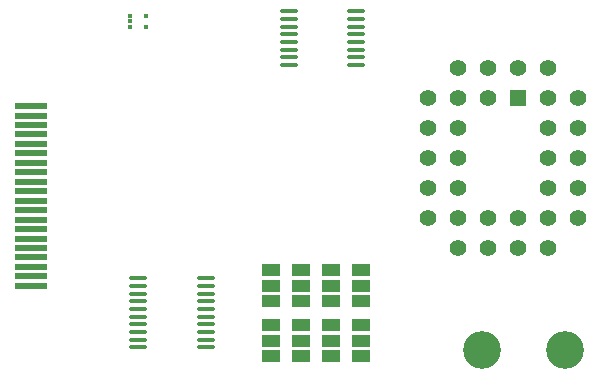
<source format=gbr>
%TF.GenerationSoftware,KiCad,Pcbnew,7.0.10*%
%TF.CreationDate,2024-03-07T18:21:54+01:00*%
%TF.ProjectId,ROM_Card,524f4d5f-4361-4726-942e-6b696361645f,rev?*%
%TF.SameCoordinates,Original*%
%TF.FileFunction,Soldermask,Top*%
%TF.FilePolarity,Negative*%
%FSLAX46Y46*%
G04 Gerber Fmt 4.6, Leading zero omitted, Abs format (unit mm)*
G04 Created by KiCad (PCBNEW 7.0.10) date 2024-03-07 18:21:54*
%MOMM*%
%LPD*%
G01*
G04 APERTURE LIST*
G04 Aperture macros list*
%AMRoundRect*
0 Rectangle with rounded corners*
0 $1 Rounding radius*
0 $2 $3 $4 $5 $6 $7 $8 $9 X,Y pos of 4 corners*
0 Add a 4 corners polygon primitive as box body*
4,1,4,$2,$3,$4,$5,$6,$7,$8,$9,$2,$3,0*
0 Add four circle primitives for the rounded corners*
1,1,$1+$1,$2,$3*
1,1,$1+$1,$4,$5*
1,1,$1+$1,$6,$7*
1,1,$1+$1,$8,$9*
0 Add four rect primitives between the rounded corners*
20,1,$1+$1,$2,$3,$4,$5,0*
20,1,$1+$1,$4,$5,$6,$7,0*
20,1,$1+$1,$6,$7,$8,$9,0*
20,1,$1+$1,$8,$9,$2,$3,0*%
G04 Aperture macros list end*
%ADD10C,3.200000*%
%ADD11RoundRect,0.100000X-0.637500X-0.100000X0.637500X-0.100000X0.637500X0.100000X-0.637500X0.100000X0*%
%ADD12R,1.422400X1.422400*%
%ADD13C,1.422400*%
%ADD14R,1.500000X1.000000*%
%ADD15R,0.450000X0.300000*%
%ADD16R,2.800000X0.550000*%
G04 APERTURE END LIST*
D10*
%TO.C,REF\u002A\u002A*%
X170292000Y-118618000D03*
%TD*%
%TO.C,REF\u002A\u002A*%
X177292000Y-118618000D03*
%TD*%
D11*
%TO.C,U3*%
X153914000Y-89927000D03*
X153914000Y-90577000D03*
X153914000Y-91227000D03*
X153914000Y-91877000D03*
X153914000Y-92527000D03*
X153914000Y-93177000D03*
X153914000Y-93827000D03*
X153914000Y-94477000D03*
X159639000Y-94477000D03*
X159639000Y-93827000D03*
X159639000Y-93177000D03*
X159639000Y-92527000D03*
X159639000Y-91877000D03*
X159639000Y-91227000D03*
X159639000Y-90577000D03*
X159639000Y-89927000D03*
%TD*%
D12*
%TO.C,U2*%
X173355000Y-97282000D03*
D13*
X170815000Y-94742000D03*
X170815000Y-97282000D03*
X168275000Y-94742000D03*
X165735000Y-97282000D03*
X168275000Y-97282000D03*
X165735000Y-99822000D03*
X168275000Y-99822000D03*
X165735000Y-102362000D03*
X168275000Y-102362000D03*
X165735000Y-104902000D03*
X168275000Y-104902000D03*
X165735000Y-107442000D03*
X168275000Y-109982000D03*
X168275000Y-107442000D03*
X170815000Y-109982000D03*
X170815000Y-107442000D03*
X173355000Y-109982000D03*
X173355000Y-107442000D03*
X175895000Y-109982000D03*
X178435000Y-107442000D03*
X175895000Y-107442000D03*
X178435000Y-104902000D03*
X175895000Y-104902000D03*
X178435000Y-102362000D03*
X175895000Y-102362000D03*
X178435000Y-99822000D03*
X175895000Y-99822000D03*
X178435000Y-97282000D03*
X175895000Y-94742000D03*
X175895000Y-97282000D03*
X173355000Y-94742000D03*
%TD*%
D11*
%TO.C,U1*%
X141172498Y-112548000D03*
X141172498Y-113198000D03*
X141172498Y-113848000D03*
X141172498Y-114498000D03*
X141172498Y-115148000D03*
X141172498Y-115798000D03*
X141172498Y-116448000D03*
X141172498Y-117098000D03*
X141172498Y-117748000D03*
X141172498Y-118398000D03*
X146897498Y-118398000D03*
X146897498Y-117748000D03*
X146897498Y-117098000D03*
X146897498Y-116448000D03*
X146897498Y-115798000D03*
X146897498Y-115148000D03*
X146897498Y-114498000D03*
X146897498Y-113848000D03*
X146897498Y-113198000D03*
X146897498Y-112548000D03*
%TD*%
D14*
%TO.C,ID1*%
X154956998Y-114457000D03*
X154956998Y-113157000D03*
X154956998Y-111857000D03*
%TD*%
%TO.C,ID3*%
X160036998Y-114457000D03*
X160036998Y-113157000D03*
X160036998Y-111857000D03*
%TD*%
%TO.C,ID7*%
X160036998Y-116526000D03*
X160036998Y-117826000D03*
X160036998Y-119126000D03*
%TD*%
%TO.C,ID0*%
X152416998Y-114457000D03*
X152416998Y-113157000D03*
X152416998Y-111857000D03*
%TD*%
%TO.C,ID4*%
X152416998Y-116526000D03*
X152416998Y-117826000D03*
X152416998Y-119126000D03*
%TD*%
D15*
%TO.C,U5*%
X140459000Y-90297000D03*
X140459000Y-90797000D03*
X140459000Y-91297000D03*
X141859000Y-91297000D03*
X141859000Y-90297000D03*
%TD*%
D14*
%TO.C,ID6*%
X157496998Y-116526000D03*
X157496998Y-117826000D03*
X157496998Y-119126000D03*
%TD*%
%TO.C,ID5*%
X154956998Y-116526000D03*
X154956998Y-117826000D03*
X154956998Y-119126000D03*
%TD*%
%TO.C,ID2*%
X157496998Y-114457000D03*
X157496998Y-113157000D03*
X157496998Y-111857000D03*
%TD*%
D16*
%TO.C,J1*%
X132080000Y-97956000D03*
X132080000Y-98756000D03*
X132080000Y-99556000D03*
X132080000Y-100356000D03*
X132080000Y-101156000D03*
X132080000Y-101956000D03*
X132080000Y-102756000D03*
X132080000Y-103556000D03*
X132080000Y-104356000D03*
X132080000Y-105156000D03*
X132080000Y-105971000D03*
X132080000Y-106771000D03*
X132080000Y-107571000D03*
X132080000Y-108371000D03*
X132080000Y-109171000D03*
X132080000Y-109971000D03*
X132080000Y-110771000D03*
X132080000Y-111571000D03*
X132080000Y-112371000D03*
X132080000Y-113171000D03*
%TD*%
M02*

</source>
